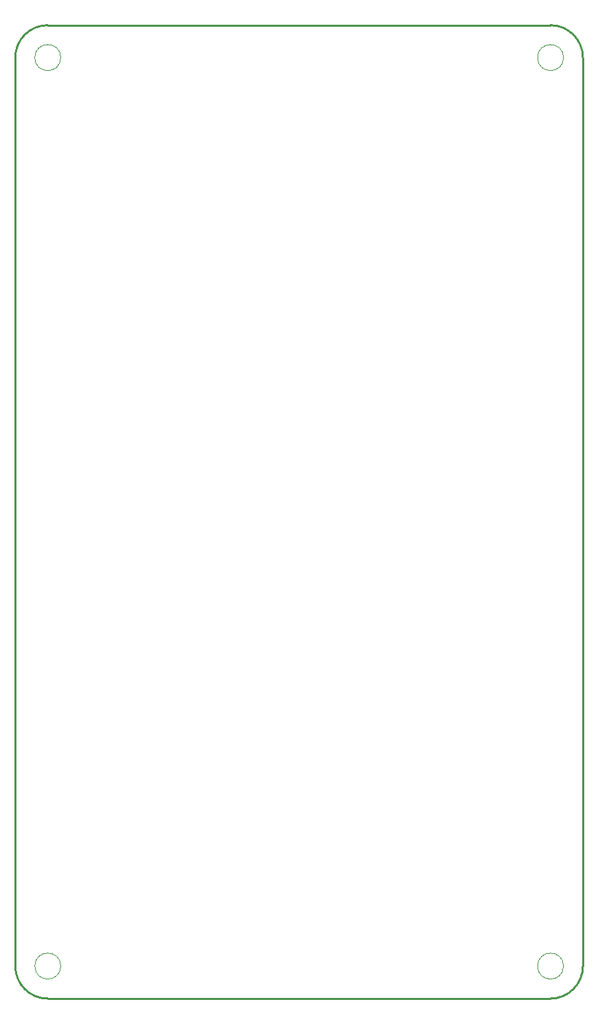
<source format=gm1>
G04*
G04 #@! TF.GenerationSoftware,Altium Limited,Altium Designer,24.2.2 (26)*
G04*
G04 Layer_Color=16711935*
%FSLAX43Y43*%
%MOMM*%
G71*
G04*
G04 #@! TF.SameCoordinates,FB4AC1D3-029A-4C58-91C8-636A0C7E52CF*
G04*
G04*
G04 #@! TF.FilePolarity,Positive*
G04*
G01*
G75*
%ADD13C,0.254*%
%ADD46C,0.013*%
D13*
X4000Y120000D02*
G03*
X0Y116000I0J-4000D01*
G01*
X70000D02*
G03*
X66000Y120000I-4000J0D01*
G01*
Y0D02*
G03*
X70000Y4000I0J4000D01*
G01*
X0D02*
G03*
X4000Y0I4000J0D01*
G01*
X66000D01*
X0Y4000D02*
Y116000D01*
X4000Y120000D02*
X66000D01*
X70000Y4000D02*
Y116000D01*
D46*
X67606Y116006D02*
G03*
X67606Y116006I-1600J0D01*
G01*
X5606D02*
G03*
X5606Y116006I-1600J0D01*
G01*
X67606Y4006D02*
G03*
X67606Y4006I-1600J0D01*
G01*
X5606D02*
G03*
X5606Y4006I-1600J0D01*
G01*
X66006Y6D02*
G03*
X70006Y4006I0J4000D01*
G01*
Y116006D02*
G03*
X66006Y120006I-4000J0D01*
G01*
X4006D02*
G03*
X6Y116006I0J-4000D01*
G01*
Y4006D02*
G03*
X4006Y6I4000J0D01*
G01*
X70006Y4006D02*
Y116006D01*
X4006Y120006D02*
X66006D01*
X6Y4006D02*
Y116006D01*
X4006Y6D02*
X66006D01*
M02*

</source>
